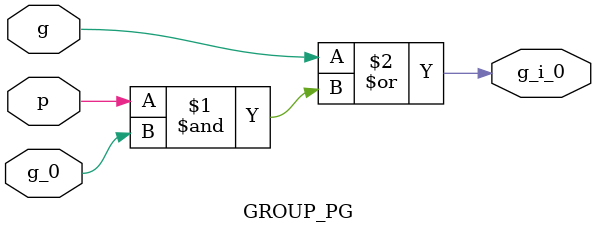
<source format=v>
`timescale 1ns / 1ps

module BIT_PG(
	output p,
	output g,
	input a,
	input b );
	assign p = a ^ b;  // P_i=a_i XOR b_i; Propagate function 
	assign g = a & b;  // G_i=a_i AND b_i; Generate function
endmodule

module GROUP_PG(	
	output g_i_0,
	input g,
	input p,
	input g_0);	
	assign g_i_0 = g | (p & g_0); // G_i:0=G_i OR (P_i AND G_i-1:0)
endmodule



</source>
